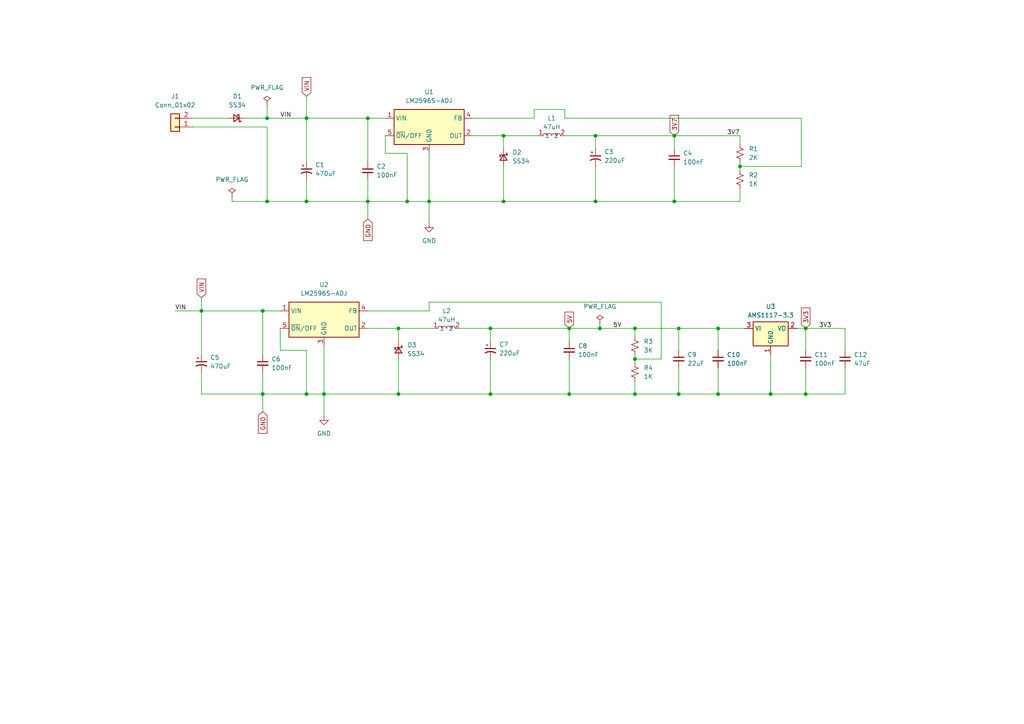
<source format=kicad_sch>
(kicad_sch (version 20250114) (generator "eeschema") (generator_version "9.0")
  (paper "A4")
  (lib_symbols
    (symbol "Connector_Generic:Conn_01x02" (pin_names (offset 1.016) (hide yes))
      (property "Reference" "J" (at 0 2.54 0))
      (property "Value" "Conn_01x02" (at 0 -5.08 0))
      (symbol "Conn_01x02_1_1"
        (rectangle (start -1.27 1.27) (end 1.27 -3.81) (stroke (width 0.254)) (fill (type background)))
        (rectangle (start -1.27 0.127) (end 0 -0.127) (stroke (width 0.1524)))
        (rectangle (start -1.27 -2.413) (end 0 -2.667) (stroke (width 0.1524)))
        (pin passive line (at -5.08 0 0) (length 3.81) (name "Pin_1") (number "1"))
        (pin passive line (at -5.08 -2.54 0) (length 3.81) (name "Pin_2") (number "2"))
      )
    )
    (symbol "Device:C_Polarized_Small_US" (pin_numbers (hide yes)) (pin_names (offset 0.254) (hide yes))
      (property "Reference" "C" (at 0.254 1.778 0))
      (property "Value" "C_Polarized_Small_US" (at 0.254 -2.032 0))
      (symbol "C_Polarized_Small_US_0_1"
        (polyline (pts (xy -1.524 0.508) (xy 1.524 0.508)) (stroke (width 0.3048)))
        (polyline (pts (xy -1.27 1.524) (xy -0.762 1.524)))
        (polyline (pts (xy -1.016 1.27) (xy -1.016 1.778)))
        (arc (start -1.524 -0.762) (mid 0 -0.3734) (end 1.524 -0.762) (stroke (width 0.3048)))
      )
      (symbol "C_Polarized_Small_US_1_1"
        (pin passive line (at 0 2.54 270) (length 2.032) (name "~") (number "1"))
        (pin passive line (at 0 -2.54 90) (length 2.032) (name "~") (number "2"))
      )
    )
    (symbol "Device:C_Small" (pin_numbers (hide yes)) (pin_names (offset 0.254) (hide yes))
      (property "Reference" "C" (at 0.254 1.778 0))
      (property "Value" "C_Small" (at 0.254 -2.032 0))
      (symbol "C_Small_0_1"
        (polyline (pts (xy -1.524 0.508) (xy 1.524 0.508)) (stroke (width 0.3048)))
        (polyline (pts (xy -1.524 -0.508) (xy 1.524 -0.508)) (stroke (width 0.3302)))
      )
      (symbol "C_Small_1_1"
        (pin passive line (at 0 2.54 270) (length 2.032) (name "~") (number "1"))
        (pin passive line (at 0 -2.54 90) (length 2.032) (name "~") (number "2"))
      )
    )
    (symbol "Device:D_Schottky_Small" (pin_numbers (hide yes)) (pin_names (offset 0.254) (hide yes))
      (property "Reference" "D" (at -1.27 2.032 0))
      (property "Value" "D_Schottky_Small" (at -7.112 -2.032 0))
      (symbol "D_Schottky_Small_0_1"
        (polyline (pts (xy -1.27 0.762) (xy -1.27 1.016) (xy -0.762 1.016) (xy -0.762 -1.016) (xy -0.254 -1.016) (xy -0.254 -0.762)) (stroke (width 0.254)))
        (polyline (pts (xy -0.762 0) (xy 0.762 0)))
        (polyline (pts (xy 0.762 -1.016) (xy -0.762 0) (xy 0.762 1.016) (xy 0.762 -1.016)) (stroke (width 0.254)))
      )
      (symbol "D_Schottky_Small_1_1"
        (pin passive line (at -2.54 0 0) (length 1.778) (name "K") (number "1"))
        (pin passive line (at 2.54 0 180) (length 1.778) (name "A") (number "2"))
      )
    )
    (symbol "Device:R_Small_US" (pin_numbers (hide yes)) (pin_names (offset 0.254) (hide yes))
      (property "Reference" "R" (at 0.762 0.508 0))
      (property "Value" "R_Small_US" (at 0.762 -1.016 0))
      (symbol "R_Small_US_1_1"
        (polyline (pts (xy 0 1.524) (xy 1.016 1.143) (xy 0 0.762) (xy -1.016 0.381) (xy 0 0)))
        (polyline (pts (xy 0 0) (xy 1.016 -0.381) (xy 0 -0.762) (xy -1.016 -1.143) (xy 0 -1.524)))
        (pin passive line (at 0 2.54 270) (length 1.016) (name "~") (number "1"))
        (pin passive line (at 0 -2.54 90) (length 1.016) (name "~") (number "2"))
      )
    )
    (symbol "Regulator_Linear:AMS1117-3.3"
      (property "Reference" "U" (at -3.81 3.175 0))
      (property "Value" "AMS1117-3.3" (at 0 3.175 0))
      (symbol "AMS1117-3.3_0_1"
        (rectangle (start -5.08 -5.08) (end 5.08 1.905) (stroke (width 0.254)) (fill (type background)))
      )
      (symbol "AMS1117-3.3_1_1"
        (pin power_in line (at -7.62 0 0) (length 2.54) (name "VI") (number "3"))
        (pin power_in line (at 0 -7.62 90) (length 2.54) (name "GND") (number "1"))
        (pin power_out line (at 7.62 0 180) (length 2.54) (name "VO") (number "2"))
      )
    )
    (symbol "Regulator_Switching:LM2596S-ADJ"
      (property "Reference" "U" (at -10.16 6.35 0))
      (property "Value" "LM2596S-ADJ" (at 0 6.35 0))
      (symbol "LM2596S-ADJ_0_1"
        (rectangle (start -10.16 5.08) (end 10.16 -5.08) (stroke (width 0.254)) (fill (type background)))
      )
      (symbol "LM2596S-ADJ_1_1"
        (pin power_in line (at -12.7 2.54 0) (length 2.54) (name "VIN") (number "1"))
        (pin input line (at -12.7 -2.54 0) (length 2.54) (name "~{ON}/OFF") (number "5"))
        (pin power_in line (at 0 -7.62 90) (length 2.54) (name "GND") (number "3"))
        (pin input line (at 12.7 2.54 180) (length 2.54) (name "FB") (number "4"))
        (pin output line (at 12.7 -2.54 180) (length 2.54) (name "OUT") (number "2"))
      )
    )
    (symbol "User_Libraries:INDUCTOR_USERS"
      (property "Reference" "L" (at 0 0.762 0))
      (property "Value" "INDUCTOR__USER" (at 0 0 0))
      (symbol "INDUCTOR_USERS_0_1"
        (arc (start -2.54 -1.27) (mid -1.905 -0.6377) (end -1.27 -1.27))
        (arc (start -1.27 -1.27) (mid -0.635 -0.6377) (end 0 -1.27))
        (arc (start 0 -1.27) (mid 0.635 -0.6377) (end 1.27 -1.27))
        (arc (start 1.27 -1.27) (mid 1.905 -0.6377) (end 2.54 -1.27))
      )
      (symbol "INDUCTOR_USERS_1_1"
        (pin passive line (at -3.81 -1.27 0) (length 1.27) (name "1") (number "1"))
        (pin passive line (at 3.81 -1.27 180) (length 1.27) (name "2") (number "2"))
      )
    )
    (symbol "power:GND" (power) (pin_numbers (hide yes)) (pin_names (offset 0) (hide yes))
      (property "Value" "GND" (at 0 -3.81 0))
      (symbol "GND_0_1"
        (polyline (pts (xy 0 0) (xy 0 -1.27) (xy 1.27 -1.27) (xy 0 -2.54) (xy -1.27 -1.27) (xy 0 -1.27)))
      )
      (symbol "GND_1_1"
        (pin power_in line (at 0 0 270) (length 0) (name "~") (number "1"))
      )
    )
    (symbol "power:PWR_FLAG" (power) (pin_numbers (hide yes)) (pin_names (offset 0) (hide yes))
      (property "Value" "PWR_FLAG" (at 0 3.81 0))
      (symbol "PWR_FLAG_0_0"
        (pin power_out line (at 0 0 90) (length 0) (name "~") (number "1"))
      )
      (symbol "PWR_FLAG_0_1"
        (polyline (pts (xy 0 0) (xy 0 1.27) (xy -1.016 1.905) (xy 0 2.54) (xy 1.016 1.905) (xy 0 1.27)))
      )
    )
  )
  (junction (at 93.98 114.3))
  (junction (at 223.52 114.3))
  (junction (at 77.47 34.29))
  (junction (at 58.42 90.17))
  (junction (at 172.72 58.42))
  (junction (at 88.9 114.3))
  (junction (at 173.99 95.25))
  (junction (at 165.1 95.25))
  (junction (at 142.24 114.3))
  (junction (at 196.85 114.3))
  (junction (at 184.15 95.25))
  (junction (at 76.2 90.17))
  (junction (at 195.58 58.42))
  (junction (at 196.85 95.25))
  (junction (at 184.15 104.14))
  (junction (at 115.57 114.3))
  (junction (at 195.58 39.37))
  (junction (at 106.68 58.42))
  (junction (at 115.57 95.25))
  (junction (at 106.68 34.29))
  (junction (at 233.68 114.3))
  (junction (at 142.24 95.25))
  (junction (at 146.05 58.42))
  (junction (at 124.46 58.42))
  (junction (at 88.9 58.42))
  (junction (at 214.63 48.26))
  (junction (at 233.68 95.25))
  (junction (at 172.72 39.37))
  (junction (at 184.15 114.3))
  (junction (at 118.11 58.42))
  (junction (at 208.28 114.3))
  (junction (at 76.2 114.3))
  (junction (at 146.05 39.37))
  (junction (at 88.9 34.29))
  (junction (at 77.47 58.42))
  (junction (at 165.1 114.3))
  (junction (at 208.28 95.25))
  (wire (pts (xy 173.99 95.25) (xy 184.15 95.25)))
  (wire (pts (xy 106.68 46.99) (xy 106.68 34.29)))
  (wire (pts (xy 214.63 39.37) (xy 214.63 41.91)))
  (wire (pts (xy 88.9 101.6) (xy 88.9 114.3)))
  (wire (pts (xy 50.8 90.17) (xy 58.42 90.17)))
  (wire (pts (xy 165.1 95.25) (xy 165.1 99.06)))
  (wire (pts (xy 111.76 44.45) (xy 118.11 44.45)))
  (wire (pts (xy 55.88 34.29) (xy 66.04 34.29)))
  (wire (pts (xy 163.83 34.29) (xy 232.41 34.29)))
  (wire (pts (xy 195.58 58.42) (xy 172.72 58.42)))
  (wire (pts (xy 208.28 95.25) (xy 215.9 95.25)))
  (wire (pts (xy 77.47 36.83) (xy 77.47 58.42)))
  (wire (pts (xy 233.68 106.68) (xy 233.68 114.3)))
  (wire (pts (xy 77.47 30.48) (xy 77.47 34.29)))
  (wire (pts (xy 223.52 102.87) (xy 223.52 114.3)))
  (wire (pts (xy 106.68 52.07) (xy 106.68 58.42)))
  (wire (pts (xy 142.24 95.25) (xy 165.1 95.25)))
  (wire (pts (xy 172.72 39.37) (xy 172.72 43.18)))
  (wire (pts (xy 154.94 34.29) (xy 154.94 31.75)))
  (wire (pts (xy 76.2 114.3) (xy 58.42 114.3)))
  (wire (pts (xy 76.2 102.87) (xy 76.2 90.17)))
  (wire (pts (xy 115.57 114.3) (xy 93.98 114.3)))
  (wire (pts (xy 172.72 39.37) (xy 195.58 39.37)))
  (wire (pts (xy 172.72 48.26) (xy 172.72 58.42)))
  (wire (pts (xy 214.63 46.99) (xy 214.63 48.26)))
  (wire (pts (xy 208.28 114.3) (xy 196.85 114.3)))
  (wire (pts (xy 133.35 95.25) (xy 142.24 95.25)))
  (wire (pts (xy 106.68 34.29) (xy 111.76 34.29)))
  (wire (pts (xy 115.57 95.25) (xy 106.68 95.25)))
  (wire (pts (xy 111.76 39.37) (xy 111.76 44.45)))
  (wire (pts (xy 214.63 48.26) (xy 214.63 49.53)))
  (wire (pts (xy 93.98 114.3) (xy 93.98 120.65)))
  (wire (pts (xy 124.46 58.42) (xy 124.46 64.77)))
  (wire (pts (xy 106.68 58.42) (xy 118.11 58.42)))
  (wire (pts (xy 76.2 90.17) (xy 81.28 90.17)))
  (wire (pts (xy 232.41 34.29) (xy 232.41 48.26)))
  (wire (pts (xy 77.47 34.29) (xy 88.9 34.29)))
  (wire (pts (xy 245.11 95.25) (xy 233.68 95.25)))
  (wire (pts (xy 196.85 114.3) (xy 184.15 114.3)))
  (wire (pts (xy 163.83 31.75) (xy 163.83 34.29)))
  (wire (pts (xy 124.46 87.63) (xy 191.77 87.63)))
  (wire (pts (xy 184.15 114.3) (xy 165.1 114.3)))
  (wire (pts (xy 115.57 104.14) (xy 115.57 114.3)))
  (wire (pts (xy 184.15 95.25) (xy 184.15 97.79)))
  (wire (pts (xy 191.77 87.63) (xy 191.77 104.14)))
  (wire (pts (xy 208.28 106.68) (xy 208.28 114.3)))
  (wire (pts (xy 81.28 101.6) (xy 88.9 101.6)))
  (wire (pts (xy 233.68 101.6) (xy 233.68 95.25)))
  (wire (pts (xy 223.52 114.3) (xy 208.28 114.3)))
  (wire (pts (xy 146.05 48.26) (xy 146.05 58.42)))
  (wire (pts (xy 233.68 114.3) (xy 245.11 114.3)))
  (wire (pts (xy 173.99 93.98) (xy 173.99 95.25)))
  (wire (pts (xy 76.2 107.95) (xy 76.2 114.3)))
  (wire (pts (xy 71.12 34.29) (xy 77.47 34.29)))
  (wire (pts (xy 67.31 57.15) (xy 67.31 58.42)))
  (wire (pts (xy 115.57 95.25) (xy 125.73 95.25)))
  (wire (pts (xy 184.15 110.49) (xy 184.15 114.3)))
  (wire (pts (xy 214.63 58.42) (xy 195.58 58.42)))
  (wire (pts (xy 58.42 90.17) (xy 58.42 102.87)))
  (wire (pts (xy 165.1 95.25) (xy 173.99 95.25)))
  (wire (pts (xy 196.85 106.68) (xy 196.85 114.3)))
  (wire (pts (xy 81.28 95.25) (xy 81.28 101.6)))
  (wire (pts (xy 184.15 95.25) (xy 196.85 95.25)))
  (wire (pts (xy 88.9 34.29) (xy 88.9 46.99)))
  (wire (pts (xy 76.2 114.3) (xy 88.9 114.3)))
  (wire (pts (xy 165.1 104.14) (xy 165.1 114.3)))
  (wire (pts (xy 142.24 114.3) (xy 115.57 114.3)))
  (wire (pts (xy 137.16 34.29) (xy 154.94 34.29)))
  (wire (pts (xy 191.77 104.14) (xy 184.15 104.14)))
  (wire (pts (xy 233.68 114.3) (xy 223.52 114.3)))
  (wire (pts (xy 55.88 36.83) (xy 77.47 36.83)))
  (wire (pts (xy 214.63 54.61) (xy 214.63 58.42)))
  (wire (pts (xy 88.9 58.42) (xy 88.9 52.07)))
  (wire (pts (xy 77.47 58.42) (xy 88.9 58.42)))
  (wire (pts (xy 196.85 95.25) (xy 196.85 101.6)))
  (wire (pts (xy 67.31 58.42) (xy 77.47 58.42)))
  (wire (pts (xy 196.85 95.25) (xy 208.28 95.25)))
  (wire (pts (xy 184.15 102.87) (xy 184.15 104.14)))
  (wire (pts (xy 245.11 101.6) (xy 245.11 95.25)))
  (wire (pts (xy 88.9 114.3) (xy 93.98 114.3)))
  (wire (pts (xy 172.72 58.42) (xy 146.05 58.42)))
  (wire (pts (xy 146.05 58.42) (xy 124.46 58.42)))
  (wire (pts (xy 146.05 39.37) (xy 137.16 39.37)))
  (wire (pts (xy 58.42 90.17) (xy 76.2 90.17)))
  (wire (pts (xy 142.24 104.14) (xy 142.24 114.3)))
  (wire (pts (xy 154.94 31.75) (xy 163.83 31.75)))
  (wire (pts (xy 118.11 44.45) (xy 118.11 58.42)))
  (wire (pts (xy 195.58 39.37) (xy 214.63 39.37)))
  (wire (pts (xy 208.28 95.25) (xy 208.28 101.6)))
  (wire (pts (xy 115.57 99.06) (xy 115.57 95.25)))
  (wire (pts (xy 142.24 95.25) (xy 142.24 99.06)))
  (wire (pts (xy 106.68 90.17) (xy 124.46 90.17)))
  (wire (pts (xy 195.58 48.26) (xy 195.58 58.42)))
  (wire (pts (xy 184.15 104.14) (xy 184.15 105.41)))
  (wire (pts (xy 146.05 39.37) (xy 156.21 39.37)))
  (wire (pts (xy 124.46 58.42) (xy 124.46 44.45)))
  (wire (pts (xy 93.98 114.3) (xy 93.98 100.33)))
  (wire (pts (xy 163.83 39.37) (xy 172.72 39.37)))
  (wire (pts (xy 165.1 114.3) (xy 142.24 114.3)))
  (wire (pts (xy 118.11 58.42) (xy 124.46 58.42)))
  (wire (pts (xy 146.05 43.18) (xy 146.05 39.37)))
  (wire (pts (xy 88.9 27.94) (xy 88.9 34.29)))
  (wire (pts (xy 233.68 95.25) (xy 231.14 95.25)))
  (wire (pts (xy 245.11 106.68) (xy 245.11 114.3)))
  (wire (pts (xy 232.41 48.26) (xy 214.63 48.26)))
  (wire (pts (xy 106.68 58.42) (xy 88.9 58.42)))
  (wire (pts (xy 195.58 39.37) (xy 195.58 43.18)))
  (wire (pts (xy 124.46 90.17) (xy 124.46 87.63)))
  (wire (pts (xy 106.68 58.42) (xy 106.68 63.5)))
  (wire (pts (xy 76.2 114.3) (xy 76.2 119.38)))
  (wire (pts (xy 58.42 114.3) (xy 58.42 107.95)))
  (wire (pts (xy 88.9 34.29) (xy 106.68 34.29)))
  (wire (pts (xy 58.42 86.36) (xy 58.42 90.17)))
  (label "VIN" (at 50.8 90.17 0))
  (label "5V" (at 177.8 95.25 0))
  (label "3V7" (at 210.82 39.37 0))
  (label "VIN" (at 81.28 34.29 0))
  (label "3V3" (at 237.49 95.25 0))
  (global_label "VIN" (shape input) (at 58.42 86.36 90) (property "Intersheetrefs" "${INTERSHEET_REFS}" (effects (hide yes))))
  (global_label "GND" (shape input) (at 106.68 63.5 270) (property "Intersheetrefs" "${INTERSHEET_REFS}" (effects (hide yes))))
  (global_label "5V" (shape input) (at 165.1 95.25 90) (property "Intersheetrefs" "${INTERSHEET_REFS}" (effects (hide yes))))
  (global_label "3V7" (shape input) (at 195.58 39.37 90) (property "Intersheetrefs" "${INTERSHEET_REFS}" (effects (hide yes))))
  (global_label "VIN" (shape input) (at 88.9 27.94 90) (property "Intersheetrefs" "${INTERSHEET_REFS}" (effects (hide yes))))
  (global_label "3V3" (shape input) (at 233.68 95.25 90) (property "Intersheetrefs" "${INTERSHEET_REFS}" (effects (hide yes))))
  (global_label "GND" (shape input) (at 76.2 119.38 270) (property "Intersheetrefs" "${INTERSHEET_REFS}" (effects (hide yes))))
  (symbol (lib_id "Device:C_Polarized_Small_US") (at 142.24 101.6 0) (unit 1)
    (property "Reference" "C7" (at 144.78 99.8981 0) (effects (justify left)))
    (property "Value" "220uF" (at 144.78 102.4381 0) (effects (justify left)))
    (property "Footprint" "Capacitor_SMD:CP_Elec_8x10" (effects (hide yes)))
    (property "Description" "Polarized capacitor, small US symbol" (effects (hide yes)))
  )
  (symbol (lib_id "Device:C_Small") (at 196.85 104.14 0) (unit 1)
    (property "Reference" "C9" (at 199.39 102.8762 0) (effects (justify left)))
    (property "Value" "22uF" (at 199.39 105.4162 0) (effects (justify left)))
    (property "Footprint" "Capacitor_SMD:C_0805_2012Metric_Pad1.18x1.45mm_HandSolder" (effects (hide yes)))
    (property "Description" "Unpolarized capacitor, small symbol" (effects (hide yes)))
  )
  (symbol (lib_id "User_Libraries:INDUCTOR_USERS") (at 129.54 93.98 0) (unit 1)
    (property "Reference" "L2" (at 129.54 90.17 0))
    (property "Value" "47uH" (at 129.54 92.71 0))
    (property "Footprint" "My_Library:INDUCTOR_12x12x8" (effects (hide yes)))
    (property "Datasheet" "https://www.3dcontentcentral.com/secure/download-model.aspx?catalogid=171&id=788446" (effects (hide yes)))
  )
  (symbol (lib_id "Connector_Generic:Conn_01x02") (at 50.8 36.83 180) (unit 1)
    (property "Reference" "J1" (at 50.8 27.94 0))
    (property "Value" "Conn_01x02" (at 50.8 30.48 0))
    (property "Footprint" "Connector_Phoenix_MC:PhoenixContact_MC_1,5_2-G-3.81_1x02_P3.81mm_Horizontal" (effects (hide yes)))
    (property "Description" "Generic connector, single row, 01x02, script generated (kicad-library-utils/schlib/autogen/connector/)" (effects (hide yes)))
  )
  (symbol (lib_id "Regulator_Switching:LM2596S-ADJ") (at 93.98 92.71 0) (unit 1)
    (property "Reference" "U2" (at 93.98 82.55 0))
    (property "Value" "LM2596S-ADJ" (at 93.98 85.09 0))
    (property "Footprint" "Package_TO_SOT_SMD:TO-263-5_TabPin3" (effects (hide yes)))
    (property "Datasheet" "http://www.ti.com/lit/ds/symlink/lm2596.pdf" (effects (hide yes)))
    (property "Description" "Adjustable 3A Step-Down Voltage Regulator, TO-263" (effects (hide yes)))
  )
  (symbol (lib_id "Device:C_Small") (at 76.2 105.41 0) (unit 1)
    (property "Reference" "C6" (at 78.74 104.1462 0) (effects (justify left)))
    (property "Value" "100nF" (at 78.74 106.6862 0) (effects (justify left)))
    (property "Footprint" "Capacitor_SMD:C_0805_2012Metric_Pad1.18x1.45mm_HandSolder" (effects (hide yes)))
    (property "Description" "Unpolarized capacitor, small symbol" (effects (hide yes)))
  )
  (symbol (lib_id "power:GND") (at 124.46 64.77 0) (unit 1)
    (property "Reference" "#PWR01" (effects (hide yes)))
    (property "Value" "GND" (at 124.46 69.85 0))
    (property "Description" "Power symbol creates a global label with name \"GND\" , ground" (effects (hide yes)))
  )
  (symbol (lib_id "Regulator_Linear:AMS1117-3.3") (at 223.52 95.25 0) (unit 1)
    (property "Reference" "U3" (at 223.52 88.9 0))
    (property "Value" "AMS1117-3.3" (at 223.52 91.44 0))
    (property "Footprint" "Package_TO_SOT_SMD:SOT-223-3_TabPin2" (effects (hide yes)))
    (property "Datasheet" "http://www.advanced-monolithic.com/pdf/ds1117.pdf" (effects (hide yes)))
    (property "Description" "1A Low Dropout regulator, positive, 3.3V fixed output, SOT-223" (effects (hide yes)))
  )
  (symbol (lib_id "Device:R_Small_US") (at 184.15 107.95 0) (unit 1)
    (property "Reference" "R4" (at 186.69 106.6799 0) (effects (justify left)))
    (property "Value" "1K" (at 186.69 109.2199 0) (effects (justify left)))
    (property "Footprint" "Resistor_SMD:R_0805_2012Metric_Pad1.20x1.40mm_HandSolder" (effects (hide yes)))
    (property "Description" "Resistor, small US symbol" (effects (hide yes)))
  )
  (symbol (lib_id "User_Libraries:INDUCTOR_USERS") (at 160.02 38.1 0) (unit 1)
    (property "Reference" "L1" (at 160.02 34.29 0))
    (property "Value" "47uH" (at 160.02 36.83 0))
    (property "Footprint" "My_Library:INDUCTOR_12x12x8" (effects (hide yes)))
    (property "Datasheet" "https://www.3dcontentcentral.com/secure/download-model.aspx?catalogid=171&id=788446" (effects (hide yes)))
  )
  (symbol (lib_id "Device:C_Small") (at 208.28 104.14 0) (unit 1)
    (property "Reference" "C10" (at 210.82 102.8762 0) (effects (justify left)))
    (property "Value" "100nF" (at 210.82 105.4162 0) (effects (justify left)))
    (property "Footprint" "Capacitor_SMD:C_0805_2012Metric_Pad1.18x1.45mm_HandSolder" (effects (hide yes)))
    (property "Description" "Unpolarized capacitor, small symbol" (effects (hide yes)))
  )
  (symbol (lib_id "Device:R_Small_US") (at 214.63 44.45 0) (unit 1)
    (property "Reference" "R1" (at 217.17 43.1799 0) (effects (justify left)))
    (property "Value" "2K" (at 217.17 45.7199 0) (effects (justify left)))
    (property "Footprint" "Resistor_SMD:R_0805_2012Metric_Pad1.20x1.40mm_HandSolder" (effects (hide yes)))
    (property "Description" "Resistor, small US symbol" (effects (hide yes)))
  )
  (symbol (lib_id "Device:D_Schottky_Small") (at 115.57 101.6 270) (unit 1)
    (property "Reference" "D3" (at 118.11 100.0759 90) (effects (justify left)))
    (property "Value" "SS34" (at 118.11 102.6159 90) (effects (justify left)))
    (property "Footprint" "Diode_SMD:D_SMC" (effects (hide yes)))
    (property "Description" "Schottky diode, small symbol" (effects (hide yes)))
  )
  (symbol (lib_id "Device:C_Polarized_Small_US") (at 58.42 105.41 0) (unit 1)
    (property "Reference" "C5" (at 60.96 103.7081 0) (effects (justify left)))
    (property "Value" "470uF" (at 60.96 106.2481 0) (effects (justify left)))
    (property "Footprint" "Capacitor_SMD:CP_Elec_8x10" (effects (hide yes)))
    (property "Description" "Polarized capacitor, small US symbol" (effects (hide yes)))
  )
  (symbol (lib_id "Device:R_Small_US") (at 184.15 100.33 0) (unit 1)
    (property "Reference" "R3" (at 186.69 99.0599 0) (effects (justify left)))
    (property "Value" "3K" (at 186.69 101.5999 0) (effects (justify left)))
    (property "Footprint" "Resistor_SMD:R_0805_2012Metric_Pad1.20x1.40mm_HandSolder" (effects (hide yes)))
    (property "Description" "Resistor, small US symbol" (effects (hide yes)))
  )
  (symbol (lib_id "Device:D_Schottky_Small") (at 146.05 45.72 270) (unit 1)
    (property "Reference" "D2" (at 148.59 44.1959 90) (effects (justify left)))
    (property "Value" "SS34" (at 148.59 46.7359 90) (effects (justify left)))
    (property "Footprint" "Diode_SMD:D_SMC" (effects (hide yes)))
    (property "Description" "Schottky diode, small symbol" (effects (hide yes)))
  )
  (symbol (lib_id "Device:D_Schottky_Small") (at 68.58 34.29 180) (unit 1)
    (property "Reference" "D1" (at 68.834 27.94 0))
    (property "Value" "SS34" (at 68.834 30.48 0))
    (property "Footprint" "Diode_SMD:D_SMC" (effects (hide yes)))
    (property "Description" "Schottky diode, small symbol" (effects (hide yes)))
  )
  (symbol (lib_id "Device:C_Polarized_Small_US") (at 88.9 49.53 0) (unit 1)
    (property "Reference" "C1" (at 91.44 47.8281 0) (effects (justify left)))
    (property "Value" "470uF" (at 91.44 50.3681 0) (effects (justify left)))
    (property "Footprint" "Capacitor_SMD:CP_Elec_8x10" (effects (hide yes)))
    (property "Description" "Polarized capacitor, small US symbol" (effects (hide yes)))
  )
  (symbol (lib_id "power:PWR_FLAG") (at 77.47 30.48 0) (unit 1)
    (property "Reference" "#FLG03" (effects (hide yes)))
    (property "Value" "PWR_FLAG" (at 77.47 25.4 0))
    (property "Description" "Special symbol for telling ERC where power comes from" (effects (hide yes)))
  )
  (symbol (lib_id "Device:C_Small") (at 165.1 101.6 0) (unit 1)
    (property "Reference" "C8" (at 167.64 100.3362 0) (effects (justify left)))
    (property "Value" "100nF" (at 167.64 102.8762 0) (effects (justify left)))
    (property "Footprint" "Capacitor_SMD:C_0805_2012Metric_Pad1.18x1.45mm_HandSolder" (effects (hide yes)))
    (property "Description" "Unpolarized capacitor, small symbol" (effects (hide yes)))
  )
  (symbol (lib_id "Regulator_Switching:LM2596S-ADJ") (at 124.46 36.83 0) (unit 1)
    (property "Reference" "U1" (at 124.46 26.67 0))
    (property "Value" "LM2596S-ADJ" (at 124.46 29.21 0))
    (property "Footprint" "Package_TO_SOT_SMD:TO-263-5_TabPin3" (effects (hide yes)))
    (property "Datasheet" "http://www.ti.com/lit/ds/symlink/lm2596.pdf" (effects (hide yes)))
    (property "Description" "Adjustable 3A Step-Down Voltage Regulator, TO-263" (effects (hide yes)))
  )
  (symbol (lib_id "Device:R_Small_US") (at 214.63 52.07 0) (unit 1)
    (property "Reference" "R2" (at 217.17 50.7999 0) (effects (justify left)))
    (property "Value" "1K" (at 217.17 53.3399 0) (effects (justify left)))
    (property "Footprint" "Resistor_SMD:R_0805_2012Metric_Pad1.20x1.40mm_HandSolder" (effects (hide yes)))
    (property "Description" "Resistor, small US symbol" (effects (hide yes)))
  )
  (symbol (lib_id "Device:C_Small") (at 245.11 104.14 0) (unit 1)
    (property "Reference" "C12" (at 247.65 102.8762 0) (effects (justify left)))
    (property "Value" "47uF" (at 247.65 105.4162 0) (effects (justify left)))
    (property "Footprint" "Capacitor_SMD:C_0805_2012Metric_Pad1.18x1.45mm_HandSolder" (effects (hide yes)))
    (property "Description" "Unpolarized capacitor, small symbol" (effects (hide yes)))
  )
  (symbol (lib_id "power:PWR_FLAG") (at 173.99 93.98 0) (unit 1)
    (property "Reference" "#FLG02" (effects (hide yes)))
    (property "Value" "PWR_FLAG" (at 173.99 88.9 0))
    (property "Description" "Special symbol for telling ERC where power comes from" (effects (hide yes)))
  )
  (symbol (lib_id "Device:C_Small") (at 195.58 45.72 0) (unit 1)
    (property "Reference" "C4" (at 198.12 44.4562 0) (effects (justify left)))
    (property "Value" "100nF" (at 198.12 46.9962 0) (effects (justify left)))
    (property "Footprint" "Capacitor_SMD:C_0805_2012Metric_Pad1.18x1.45mm_HandSolder" (effects (hide yes)))
    (property "Description" "Unpolarized capacitor, small symbol" (effects (hide yes)))
  )
  (symbol (lib_id "Device:C_Small") (at 233.68 104.14 0) (unit 1)
    (property "Reference" "C11" (at 236.22 102.8762 0) (effects (justify left)))
    (property "Value" "100nF" (at 236.22 105.4162 0) (effects (justify left)))
    (property "Footprint" "Capacitor_SMD:C_0805_2012Metric_Pad1.18x1.45mm_HandSolder" (effects (hide yes)))
    (property "Description" "Unpolarized capacitor, small symbol" (effects (hide yes)))
  )
  (symbol (lib_id "Device:C_Small") (at 106.68 49.53 0) (unit 1)
    (property "Reference" "C2" (at 109.22 48.2662 0) (effects (justify left)))
    (property "Value" "100nF" (at 109.22 50.8062 0) (effects (justify left)))
    (property "Footprint" "Capacitor_SMD:C_0805_2012Metric_Pad1.18x1.45mm_HandSolder" (effects (hide yes)))
    (property "Description" "Unpolarized capacitor, small symbol" (effects (hide yes)))
  )
  (symbol (lib_id "power:GND") (at 93.98 120.65 0) (unit 1)
    (property "Reference" "#PWR02" (effects (hide yes)))
    (property "Value" "GND" (at 93.98 125.73 0))
    (property "Description" "Power symbol creates a global label with name \"GND\" , ground" (effects (hide yes)))
  )
  (symbol (lib_id "power:PWR_FLAG") (at 67.31 57.15 0) (unit 1)
    (property "Reference" "#FLG01" (effects (hide yes)))
    (property "Value" "PWR_FLAG" (at 67.31 52.07 0))
    (property "Description" "Special symbol for telling ERC where power comes from" (effects (hide yes)))
  )
  (symbol (lib_id "Device:C_Polarized_Small_US") (at 172.72 45.72 0) (unit 1)
    (property "Reference" "C3" (at 175.26 44.0181 0) (effects (justify left)))
    (property "Value" "220uF" (at 175.26 46.5581 0) (effects (justify left)))
    (property "Footprint" "Capacitor_SMD:CP_Elec_8x10" (effects (hide yes)))
    (property "Description" "Polarized capacitor, small US symbol" (effects (hide yes)))
  )
)
</source>
